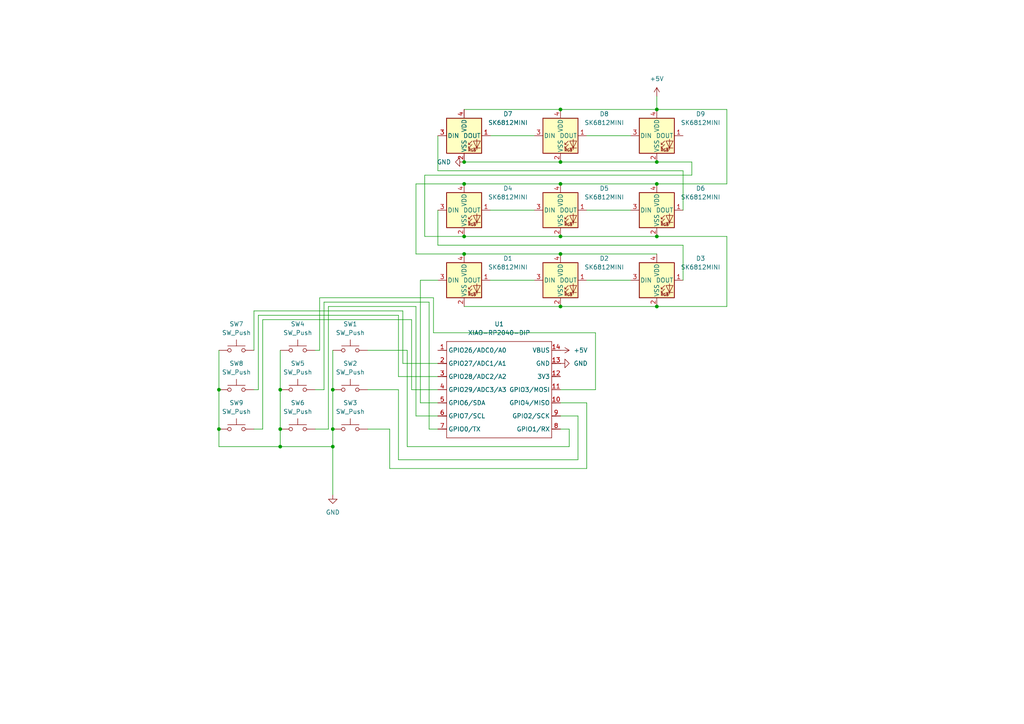
<source format=kicad_sch>
(kicad_sch (version 20231120) (generator "eeschema") (generator_version "8.0")
  (paper "A4")
  (lib_symbols
    (symbol "LED:SK6812MINI" (pin_names (offset 0.254))
      (property "Reference" "D" (at 5.08 5.715 0))
      (property "Value" "SK6812MINI" (at 1.27 -5.715 0))
      (symbol "SK6812MINI_0_0"
        (text "RGB" (at 2.286 -4.191 0) (effects (font (size 0.762 0.762))))
      )
      (symbol "SK6812MINI_0_1"
        (polyline (pts (xy 1.27 -3.556) (xy 1.778 -3.556)))
        (polyline (pts (xy 1.27 -2.54) (xy 1.778 -2.54)))
        (polyline (pts (xy 4.699 -3.556) (xy 2.667 -3.556)))
        (polyline (pts (xy 2.286 -2.54) (xy 1.27 -3.556) (xy 1.27 -3.048)))
        (polyline (pts (xy 2.286 -1.524) (xy 1.27 -2.54) (xy 1.27 -2.032)))
        (polyline (pts (xy 3.683 -1.016) (xy 3.683 -3.556) (xy 3.683 -4.064)))
        (polyline (pts (xy 4.699 -1.524) (xy 2.667 -1.524) (xy 3.683 -3.556) (xy 4.699 -1.524)))
        (rectangle (start 5.08 5.08) (end -5.08 -5.08) (stroke (width 0.254)) (fill (type background)))
      )
      (symbol "SK6812MINI_1_1"
        (pin output line (at 7.62 0 180) (length 2.54) (name "DOUT") (number "1"))
        (pin power_in line (at 0 -7.62 90) (length 2.54) (name "VSS") (number "2"))
        (pin input line (at -7.62 0 0) (length 2.54) (name "DIN") (number "3"))
        (pin power_in line (at 0 7.62 270) (length 2.54) (name "VDD") (number "4"))
      )
    )
    (symbol "Seeed_Studio_XIAO_Series:XIAO-RP2040-DIP"
      (property "Reference" "U" (at 0 0 0))
      (property "Value" "XIAO-RP2040-DIP" (at 5.334 -1.778 0))
      (symbol "XIAO-RP2040-DIP_1_0"
        (polyline (pts (xy -1.27 -30.48) (xy -1.27 -16.51)) (stroke (width 0.1524)))
        (polyline (pts (xy -1.27 -27.94) (xy -2.54 -27.94)) (stroke (width 0.1524)))
        (polyline (pts (xy -1.27 -24.13) (xy -2.54 -24.13)) (stroke (width 0.1524)))
        (polyline (pts (xy -1.27 -20.32) (xy -2.54 -20.32)) (stroke (width 0.1524)))
        (polyline (pts (xy -1.27 -16.51) (xy -2.54 -16.51)) (stroke (width 0.1524)))
        (polyline (pts (xy -1.27 -16.51) (xy -1.27 -12.7)) (stroke (width 0.1524)))
        (polyline (pts (xy -1.27 -12.7) (xy -2.54 -12.7)) (stroke (width 0.1524)))
        (polyline (pts (xy -1.27 -12.7) (xy -1.27 -8.89)) (stroke (width 0.1524)))
        (polyline (pts (xy -1.27 -8.89) (xy -2.54 -8.89)) (stroke (width 0.1524)))
        (polyline (pts (xy -1.27 -8.89) (xy -1.27 -5.08)) (stroke (width 0.1524)))
        (polyline (pts (xy -1.27 -5.08) (xy -2.54 -5.08)) (stroke (width 0.1524)))
        (polyline (pts (xy -1.27 -5.08) (xy -1.27 -2.54)) (stroke (width 0.1524)))
        (polyline (pts (xy -1.27 -2.54) (xy 29.21 -2.54)) (stroke (width 0.1524)))
        (polyline (pts (xy 29.21 -30.48) (xy -1.27 -30.48)) (stroke (width 0.1524)))
        (polyline (pts (xy 29.21 -12.7) (xy 29.21 -30.48)) (stroke (width 0.1524)))
        (polyline (pts (xy 29.21 -8.89) (xy 29.21 -12.7)) (stroke (width 0.1524)))
        (polyline (pts (xy 29.21 -5.08) (xy 29.21 -8.89)) (stroke (width 0.1524)))
        (polyline (pts (xy 29.21 -2.54) (xy 29.21 -5.08)) (stroke (width 0.1524)))
        (polyline (pts (xy 30.48 -27.94) (xy 29.21 -27.94)) (stroke (width 0.1524)))
        (polyline (pts (xy 30.48 -24.13) (xy 29.21 -24.13)) (stroke (width 0.1524)))
        (polyline (pts (xy 30.48 -20.32) (xy 29.21 -20.32)) (stroke (width 0.1524)))
        (polyline (pts (xy 30.48 -16.51) (xy 29.21 -16.51)) (stroke (width 0.1524)))
        (polyline (pts (xy 30.48 -12.7) (xy 29.21 -12.7)) (stroke (width 0.1524)))
        (polyline (pts (xy 30.48 -8.89) (xy 29.21 -8.89)) (stroke (width 0.1524)))
        (polyline (pts (xy 30.48 -5.08) (xy 29.21 -5.08)) (stroke (width 0.1524)))
        (pin passive line (at -3.81 -5.08 0) (length 2.54) (name "GPIO26/ADC0/A0") (number "1"))
        (pin passive line (at 31.75 -20.32 180) (length 2.54) (name "GPIO4/MISO") (number "10"))
        (pin passive line (at 31.75 -16.51 180) (length 2.54) (name "GPIO3/MOSI") (number "11"))
        (pin passive line (at 31.75 -12.7 180) (length 2.54) (name "3V3") (number "12"))
        (pin passive line (at 31.75 -8.89 180) (length 2.54) (name "GND") (number "13"))
        (pin passive line (at 31.75 -5.08 180) (length 2.54) (name "VBUS") (number "14"))
        (pin passive line (at -3.81 -8.89 0) (length 2.54) (name "GPIO27/ADC1/A1") (number "2"))
        (pin passive line (at -3.81 -12.7 0) (length 2.54) (name "GPIO28/ADC2/A2") (number "3"))
        (pin passive line (at -3.81 -16.51 0) (length 2.54) (name "GPIO29/ADC3/A3") (number "4"))
        (pin passive line (at -3.81 -20.32 0) (length 2.54) (name "GPIO6/SDA") (number "5"))
        (pin passive line (at -3.81 -24.13 0) (length 2.54) (name "GPIO7/SCL") (number "6"))
        (pin passive line (at -3.81 -27.94 0) (length 2.54) (name "GPIO0/TX") (number "7"))
        (pin passive line (at 31.75 -27.94 180) (length 2.54) (name "GPIO1/RX") (number "8"))
        (pin passive line (at 31.75 -24.13 180) (length 2.54) (name "GPIO2/SCK") (number "9"))
      )
    )
    (symbol "Switch:SW_Push" (pin_numbers hide) (pin_names (offset 1.016) hide)
      (property "Reference" "SW" (at 1.27 2.54 0))
      (property "Value" "SW_Push" (at 0 -1.524 0))
      (symbol "SW_Push_0_1"
        (circle (center -2.032 0) (radius 0.508))
        (polyline (pts (xy 0 1.27) (xy 0 3.048)))
        (polyline (pts (xy 2.54 1.27) (xy -2.54 1.27)))
        (circle (center 2.032 0) (radius 0.508))
        (pin passive line (at -5.08 0 0) (length 2.54) (name "1") (number "1"))
        (pin passive line (at 5.08 0 180) (length 2.54) (name "2") (number "2"))
      )
    )
    (symbol "power:+5V" (power) (pin_numbers hide) (pin_names (offset 0) hide)
      (property "Value" "+5V" (at 0 3.556 0))
      (symbol "+5V_0_1"
        (polyline (pts (xy -0.762 1.27) (xy 0 2.54)))
        (polyline (pts (xy 0 0) (xy 0 2.54)))
        (polyline (pts (xy 0 2.54) (xy 0.762 1.27)))
      )
      (symbol "+5V_1_1"
        (pin power_in line (at 0 0 90) (length 0) (name "~") (number "1"))
      )
    )
    (symbol "power:GND" (power) (pin_numbers hide) (pin_names (offset 0) hide)
      (property "Value" "GND" (at 0 -3.81 0))
      (symbol "GND_0_1"
        (polyline (pts (xy 0 0) (xy 0 -1.27) (xy 1.27 -1.27) (xy 0 -2.54) (xy -1.27 -1.27) (xy 0 -1.27)))
      )
      (symbol "GND_1_1"
        (pin power_in line (at 0 0 270) (length 0) (name "~") (number "1"))
      )
    )
  )
  (junction (at 63.5 113.03))
  (junction (at 162.56 88.9))
  (junction (at 96.52 129.54))
  (junction (at 134.62 46.99))
  (junction (at 63.5 124.46))
  (junction (at 162.56 53.34))
  (junction (at 81.28 129.54))
  (junction (at 134.62 73.66))
  (junction (at 162.56 73.66))
  (junction (at 134.62 68.58))
  (junction (at 162.56 68.58))
  (junction (at 96.52 124.46))
  (junction (at 190.5 46.99))
  (junction (at 162.56 31.75))
  (junction (at 134.62 53.34))
  (junction (at 190.5 88.9))
  (junction (at 81.28 124.46))
  (junction (at 190.5 31.75))
  (junction (at 96.52 113.03))
  (junction (at 190.5 53.34))
  (junction (at 190.5 68.58))
  (junction (at 81.28 113.03))
  (junction (at 162.56 46.99))
  (wire (pts (xy 134.62 68.58) (xy 162.56 68.58)))
  (wire (pts (xy 162.56 68.58) (xy 190.5 68.58)))
  (wire (pts (xy 120.65 88.9) (xy 120.65 120.65)))
  (wire (pts (xy 190.5 27.94) (xy 190.5 31.75)))
  (wire (pts (xy 125.73 96.52) (xy 172.72 96.52)))
  (wire (pts (xy 172.72 96.52) (xy 172.72 113.03)))
  (wire (pts (xy 63.5 129.54) (xy 81.28 129.54)))
  (wire (pts (xy 210.82 31.75) (xy 190.5 31.75)))
  (wire (pts (xy 127 116.84) (xy 121.92 116.84)))
  (wire (pts (xy 63.5 113.03) (xy 63.5 124.46)))
  (wire (pts (xy 96.52 101.6) (xy 96.52 113.03)))
  (wire (pts (xy 81.28 101.6) (xy 81.28 113.03)))
  (wire (pts (xy 63.5 101.6) (xy 63.5 113.03)))
  (wire (pts (xy 73.66 124.46) (xy 76.2 124.46)))
  (wire (pts (xy 96.52 129.54) (xy 96.52 143.51)))
  (wire (pts (xy 121.92 116.84) (xy 121.92 81.28)))
  (wire (pts (xy 119.38 113.03) (xy 127 113.03)))
  (wire (pts (xy 95.25 88.9) (xy 95.25 124.46)))
  (wire (pts (xy 134.62 31.75) (xy 162.56 31.75)))
  (wire (pts (xy 198.12 71.12) (xy 127 71.12)))
  (wire (pts (xy 162.56 46.99) (xy 190.5 46.99)))
  (wire (pts (xy 74.93 91.44) (xy 115.57 91.44)))
  (wire (pts (xy 124.46 124.46) (xy 127 124.46)))
  (wire (pts (xy 106.68 124.46) (xy 113.03 124.46)))
  (wire (pts (xy 165.1 129.54) (xy 165.1 124.46)))
  (wire (pts (xy 120.65 120.65) (xy 127 120.65)))
  (wire (pts (xy 93.98 87.63) (xy 124.46 87.63)))
  (wire (pts (xy 210.82 53.34) (xy 210.82 31.75)))
  (wire (pts (xy 116.84 90.17) (xy 116.84 105.41)))
  (wire (pts (xy 170.18 135.89) (xy 170.18 116.84)))
  (wire (pts (xy 120.65 73.66) (xy 120.65 53.34)))
  (wire (pts (xy 162.56 53.34) (xy 190.5 53.34)))
  (wire (pts (xy 165.1 124.46) (xy 162.56 124.46)))
  (wire (pts (xy 134.62 68.58) (xy 123.19 68.58)))
  (wire (pts (xy 106.68 113.03) (xy 115.57 113.03)))
  (wire (pts (xy 167.64 133.35) (xy 167.64 120.65)))
  (wire (pts (xy 121.92 81.28) (xy 127 81.28)))
  (wire (pts (xy 106.68 101.6) (xy 118.11 101.6)))
  (wire (pts (xy 73.66 101.6) (xy 73.66 90.17)))
  (wire (pts (xy 118.11 101.6) (xy 118.11 129.54)))
  (wire (pts (xy 123.19 50.8) (xy 200.66 50.8)))
  (wire (pts (xy 198.12 81.28) (xy 198.12 71.12)))
  (wire (pts (xy 96.52 124.46) (xy 96.52 129.54)))
  (wire (pts (xy 127 49.53) (xy 127 39.37)))
  (wire (pts (xy 162.56 73.66) (xy 190.5 73.66)))
  (wire (pts (xy 76.2 124.46) (xy 76.2 92.71)))
  (wire (pts (xy 170.18 39.37) (xy 182.88 39.37)))
  (wire (pts (xy 142.24 81.28) (xy 154.94 81.28)))
  (wire (pts (xy 210.82 68.58) (xy 190.5 68.58)))
  (wire (pts (xy 113.03 135.89) (xy 170.18 135.89)))
  (wire (pts (xy 116.84 105.41) (xy 127 105.41)))
  (wire (pts (xy 200.66 46.99) (xy 190.5 46.99)))
  (wire (pts (xy 120.65 53.34) (xy 134.62 53.34)))
  (wire (pts (xy 73.66 90.17) (xy 116.84 90.17)))
  (wire (pts (xy 190.5 53.34) (xy 210.82 53.34)))
  (wire (pts (xy 81.28 124.46) (xy 81.28 129.54)))
  (wire (pts (xy 96.52 113.03) (xy 96.52 124.46)))
  (wire (pts (xy 81.28 129.54) (xy 96.52 129.54)))
  (wire (pts (xy 198.12 60.96) (xy 198.12 49.53)))
  (wire (pts (xy 162.56 88.9) (xy 190.5 88.9)))
  (wire (pts (xy 125.73 86.36) (xy 125.73 96.52)))
  (wire (pts (xy 170.18 60.96) (xy 182.88 60.96)))
  (wire (pts (xy 127 71.12) (xy 127 60.96)))
  (wire (pts (xy 170.18 81.28) (xy 182.88 81.28)))
  (wire (pts (xy 91.44 113.03) (xy 93.98 113.03)))
  (wire (pts (xy 172.72 113.03) (xy 162.56 113.03)))
  (wire (pts (xy 134.62 73.66) (xy 162.56 73.66)))
  (wire (pts (xy 134.62 46.99) (xy 162.56 46.99)))
  (wire (pts (xy 134.62 53.34) (xy 162.56 53.34)))
  (wire (pts (xy 91.44 124.46) (xy 95.25 124.46)))
  (wire (pts (xy 142.24 60.96) (xy 154.94 60.96)))
  (wire (pts (xy 92.71 86.36) (xy 92.71 101.6)))
  (wire (pts (xy 76.2 92.71) (xy 119.38 92.71)))
  (wire (pts (xy 63.5 124.46) (xy 63.5 129.54)))
  (wire (pts (xy 167.64 120.65) (xy 162.56 120.65)))
  (wire (pts (xy 123.19 68.58) (xy 123.19 50.8)))
  (wire (pts (xy 73.66 113.03) (xy 74.93 113.03)))
  (wire (pts (xy 115.57 109.22) (xy 127 109.22)))
  (wire (pts (xy 92.71 86.36) (xy 125.73 86.36)))
  (wire (pts (xy 95.25 88.9) (xy 120.65 88.9)))
  (wire (pts (xy 198.12 49.53) (xy 127 49.53)))
  (wire (pts (xy 162.56 31.75) (xy 190.5 31.75)))
  (wire (pts (xy 81.28 113.03) (xy 81.28 124.46)))
  (wire (pts (xy 134.62 73.66) (xy 120.65 73.66)))
  (wire (pts (xy 115.57 133.35) (xy 167.64 133.35)))
  (wire (pts (xy 170.18 116.84) (xy 162.56 116.84)))
  (wire (pts (xy 134.62 88.9) (xy 162.56 88.9)))
  (wire (pts (xy 115.57 91.44) (xy 115.57 109.22)))
  (wire (pts (xy 119.38 92.71) (xy 119.38 113.03)))
  (wire (pts (xy 74.93 113.03) (xy 74.93 91.44)))
  (wire (pts (xy 124.46 87.63) (xy 124.46 124.46)))
  (wire (pts (xy 91.44 101.6) (xy 92.71 101.6)))
  (wire (pts (xy 113.03 124.46) (xy 113.03 135.89)))
  (wire (pts (xy 93.98 87.63) (xy 93.98 113.03)))
  (wire (pts (xy 200.66 50.8) (xy 200.66 46.99)))
  (wire (pts (xy 118.11 129.54) (xy 165.1 129.54)))
  (wire (pts (xy 142.24 39.37) (xy 154.94 39.37)))
  (wire (pts (xy 190.5 88.9) (xy 210.82 88.9)))
  (wire (pts (xy 210.82 88.9) (xy 210.82 68.58)))
  (wire (pts (xy 115.57 113.03) (xy 115.57 133.35)))
  (symbol (lib_id "Switch:SW_Push") (at 68.58 124.46 0) (unit 1)
    (property "Reference" "SW9" (at 68.58 116.84 0))
    (property "Value" "SW_Push" (at 68.58 119.38 0))
    (property "Footprint" "Button_Switch_Keyboard:SW_Cherry_MX_1.00u_PCB" (effects (hide yes)))
    (property "Description" "Push button switch, generic, two pins" (effects (hide yes)))
  )
  (symbol (lib_id "Switch:SW_Push") (at 86.36 124.46 0) (unit 1)
    (property "Reference" "SW6" (at 86.36 116.84 0))
    (property "Value" "SW_Push" (at 86.36 119.38 0))
    (property "Footprint" "Button_Switch_Keyboard:SW_Cherry_MX_1.00u_PCB" (effects (hide yes)))
    (property "Description" "Push button switch, generic, two pins" (effects (hide yes)))
  )
  (symbol (lib_id "LED:SK6812MINI") (at 190.5 39.37 0) (unit 1)
    (property "Reference" "D9" (at 203.2 33.0514 0))
    (property "Value" "SK6812MINI" (at 203.2 35.5914 0))
    (property "Footprint" "LED_SMD:LED_SK6812MINI_PLCC4_3.5x3.5mm_P1.75mm" (effects (hide yes)))
    (property "Datasheet" "https://cdn-shop.adafruit.com/product-files/2686/SK6812MINI_REV.01-1-2.pdf" (effects (hide yes)))
    (property "Description" "RGB LED with integrated controller" (effects (hide yes)))
  )
  (symbol (lib_id "power:GND") (at 134.62 46.99 270) (unit 1)
    (property "Reference" "#PWR04" (effects (hide yes)))
    (property "Value" "GND" (at 130.81 46.9899 90) (effects (justify right)))
    (property "Description" "Power symbol creates a global label with name \"GND\" , ground" (effects (hide yes)))
  )
  (symbol (lib_id "power:+5V") (at 190.5 27.94 0) (unit 1)
    (property "Reference" "#PWR05" (effects (hide yes)))
    (property "Value" "+5V" (at 190.5 22.86 0))
    (property "Description" "Power symbol creates a global label with name \"+5V\"" (effects (hide yes)))
  )
  (symbol (lib_id "power:GND") (at 162.56 105.41 90) (unit 1)
    (property "Reference" "#PWR02" (effects (hide yes)))
    (property "Value" "GND" (at 166.37 105.4099 90) (effects (justify right)))
    (property "Description" "Power symbol creates a global label with name \"GND\" , ground" (effects (hide yes)))
  )
  (symbol (lib_id "Switch:SW_Push") (at 68.58 101.6 0) (unit 1)
    (property "Reference" "SW7" (at 68.58 93.98 0))
    (property "Value" "SW_Push" (at 68.58 96.52 0))
    (property "Footprint" "Button_Switch_Keyboard:SW_Cherry_MX_1.00u_PCB" (effects (hide yes)))
    (property "Description" "Push button switch, generic, two pins" (effects (hide yes)))
  )
  (symbol (lib_id "Switch:SW_Push") (at 86.36 113.03 0) (unit 1)
    (property "Reference" "SW5" (at 86.36 105.41 0))
    (property "Value" "SW_Push" (at 86.36 107.95 0))
    (property "Footprint" "Button_Switch_Keyboard:SW_Cherry_MX_1.00u_PCB" (effects (hide yes)))
    (property "Description" "Push button switch, generic, two pins" (effects (hide yes)))
  )
  (symbol (lib_id "LED:SK6812MINI") (at 190.5 81.28 0) (unit 1)
    (property "Reference" "D3" (at 203.2 74.9614 0))
    (property "Value" "SK6812MINI" (at 203.2 77.5014 0))
    (property "Footprint" "LED_SMD:LED_SK6812MINI_PLCC4_3.5x3.5mm_P1.75mm" (effects (hide yes)))
    (property "Datasheet" "https://cdn-shop.adafruit.com/product-files/2686/SK6812MINI_REV.01-1-2.pdf" (effects (hide yes)))
    (property "Description" "RGB LED with integrated controller" (effects (hide yes)))
  )
  (symbol (lib_id "LED:SK6812MINI") (at 134.62 60.96 0) (unit 1)
    (property "Reference" "D4" (at 147.32 54.6414 0))
    (property "Value" "SK6812MINI" (at 147.32 57.1814 0))
    (property "Footprint" "LED_SMD:LED_SK6812MINI_PLCC4_3.5x3.5mm_P1.75mm" (effects (hide yes)))
    (property "Datasheet" "https://cdn-shop.adafruit.com/product-files/2686/SK6812MINI_REV.01-1-2.pdf" (effects (hide yes)))
    (property "Description" "RGB LED with integrated controller" (effects (hide yes)))
  )
  (symbol (lib_id "LED:SK6812MINI") (at 134.62 39.37 0) (unit 1)
    (property "Reference" "D7" (at 147.32 33.0514 0))
    (property "Value" "SK6812MINI" (at 147.32 35.5914 0))
    (property "Footprint" "LED_SMD:LED_SK6812MINI_PLCC4_3.5x3.5mm_P1.75mm" (effects (hide yes)))
    (property "Datasheet" "https://cdn-shop.adafruit.com/product-files/2686/SK6812MINI_REV.01-1-2.pdf" (effects (hide yes)))
    (property "Description" "RGB LED with integrated controller" (effects (hide yes)))
  )
  (symbol (lib_id "Switch:SW_Push") (at 86.36 101.6 0) (unit 1)
    (property "Reference" "SW4" (at 86.36 93.98 0))
    (property "Value" "SW_Push" (at 86.36 96.52 0))
    (property "Footprint" "Button_Switch_Keyboard:SW_Cherry_MX_1.00u_PCB" (effects (hide yes)))
    (property "Description" "Push button switch, generic, two pins" (effects (hide yes)))
  )
  (symbol (lib_id "LED:SK6812MINI") (at 162.56 81.28 0) (unit 1)
    (property "Reference" "D2" (at 175.26 74.9614 0))
    (property "Value" "SK6812MINI" (at 175.26 77.5014 0))
    (property "Footprint" "LED_SMD:LED_SK6812MINI_PLCC4_3.5x3.5mm_P1.75mm" (effects (hide yes)))
    (property "Datasheet" "https://cdn-shop.adafruit.com/product-files/2686/SK6812MINI_REV.01-1-2.pdf" (effects (hide yes)))
    (property "Description" "RGB LED with integrated controller" (effects (hide yes)))
  )
  (symbol (lib_id "Switch:SW_Push") (at 68.58 113.03 0) (unit 1)
    (property "Reference" "SW8" (at 68.58 105.41 0))
    (property "Value" "SW_Push" (at 68.58 107.95 0))
    (property "Footprint" "Button_Switch_Keyboard:SW_Cherry_MX_1.00u_PCB" (effects (hide yes)))
    (property "Description" "Push button switch, generic, two pins" (effects (hide yes)))
  )
  (symbol (lib_id "LED:SK6812MINI") (at 162.56 39.37 0) (unit 1)
    (property "Reference" "D8" (at 175.26 33.0514 0))
    (property "Value" "SK6812MINI" (at 175.26 35.5914 0))
    (property "Footprint" "LED_SMD:LED_SK6812MINI_PLCC4_3.5x3.5mm_P1.75mm" (effects (hide yes)))
    (property "Datasheet" "https://cdn-shop.adafruit.com/product-files/2686/SK6812MINI_REV.01-1-2.pdf" (effects (hide yes)))
    (property "Description" "RGB LED with integrated controller" (effects (hide yes)))
  )
  (symbol (lib_id "LED:SK6812MINI") (at 134.62 81.28 0) (unit 1)
    (property "Reference" "D1" (at 147.32 74.9614 0))
    (property "Value" "SK6812MINI" (at 147.32 77.5014 0))
    (property "Footprint" "LED_SMD:LED_SK6812MINI_PLCC4_3.5x3.5mm_P1.75mm" (effects (hide yes)))
    (property "Datasheet" "https://cdn-shop.adafruit.com/product-files/2686/SK6812MINI_REV.01-1-2.pdf" (effects (hide yes)))
    (property "Description" "RGB LED with integrated controller" (effects (hide yes)))
  )
  (symbol (lib_id "LED:SK6812MINI") (at 190.5 60.96 0) (unit 1)
    (property "Reference" "D6" (at 203.2 54.6414 0))
    (property "Value" "SK6812MINI" (at 203.2 57.1814 0))
    (property "Footprint" "LED_SMD:LED_SK6812MINI_PLCC4_3.5x3.5mm_P1.75mm" (effects (hide yes)))
    (property "Datasheet" "https://cdn-shop.adafruit.com/product-files/2686/SK6812MINI_REV.01-1-2.pdf" (effects (hide yes)))
    (property "Description" "RGB LED with integrated controller" (effects (hide yes)))
  )
  (symbol (lib_id "LED:SK6812MINI") (at 162.56 60.96 0) (unit 1)
    (property "Reference" "D5" (at 175.26 54.6414 0))
    (property "Value" "SK6812MINI" (at 175.26 57.1814 0))
    (property "Footprint" "LED_SMD:LED_SK6812MINI_PLCC4_3.5x3.5mm_P1.75mm" (effects (hide yes)))
    (property "Datasheet" "https://cdn-shop.adafruit.com/product-files/2686/SK6812MINI_REV.01-1-2.pdf" (effects (hide yes)))
    (property "Description" "RGB LED with integrated controller" (effects (hide yes)))
  )
  (symbol (lib_id "Switch:SW_Push") (at 101.6 124.46 0) (unit 1)
    (property "Reference" "SW3" (at 101.6 116.84 0))
    (property "Value" "SW_Push" (at 101.6 119.38 0))
    (property "Footprint" "Button_Switch_Keyboard:SW_Cherry_MX_1.00u_PCB" (effects (hide yes)))
    (property "Description" "Push button switch, generic, two pins" (effects (hide yes)))
  )
  (symbol (lib_id "power:GND") (at 96.52 143.51 0) (unit 1)
    (property "Reference" "#PWR01" (effects (hide yes)))
    (property "Value" "GND" (at 96.52 148.59 0))
    (property "Description" "Power symbol creates a global label with name \"GND\" , ground" (effects (hide yes)))
  )
  (symbol (lib_id "power:+5V") (at 162.56 101.6 270) (unit 1)
    (property "Reference" "#PWR03" (effects (hide yes)))
    (property "Value" "+5V" (at 166.37 101.5999 90) (effects (justify left)))
    (property "Description" "Power symbol creates a global label with name \"+5V\"" (effects (hide yes)))
  )
  (symbol (lib_id "Switch:SW_Push") (at 101.6 101.6 0) (unit 1)
    (property "Reference" "SW1" (at 101.6 93.98 0))
    (property "Value" "SW_Push" (at 101.6 96.52 0))
    (property "Footprint" "Button_Switch_Keyboard:SW_Cherry_MX_1.00u_PCB" (effects (hide yes)))
    (property "Description" "Push button switch, generic, two pins" (effects (hide yes)))
  )
  (symbol (lib_id "Seeed_Studio_XIAO_Series:XIAO-RP2040-DIP") (at 130.81 96.52 0) (unit 1)
    (property "Reference" "U1" (at 144.78 93.98 0))
    (property "Value" "XIAO-RP2040-DIP" (at 144.78 96.52 0))
    (property "Footprint" "Seeed Studio XIAO Series Library:XIAO-RP2040-DIP" (effects (hide yes)))
  )
  (symbol (lib_id "Switch:SW_Push") (at 101.6 113.03 0) (unit 1)
    (property "Reference" "SW2" (at 101.6 105.41 0))
    (property "Value" "SW_Push" (at 101.6 107.95 0))
    (property "Footprint" "Button_Switch_Keyboard:SW_Cherry_MX_1.00u_PCB" (effects (hide yes)))
    (property "Description" "Push button switch, generic, two pins" (effects (hide yes)))
  )
)
</source>
